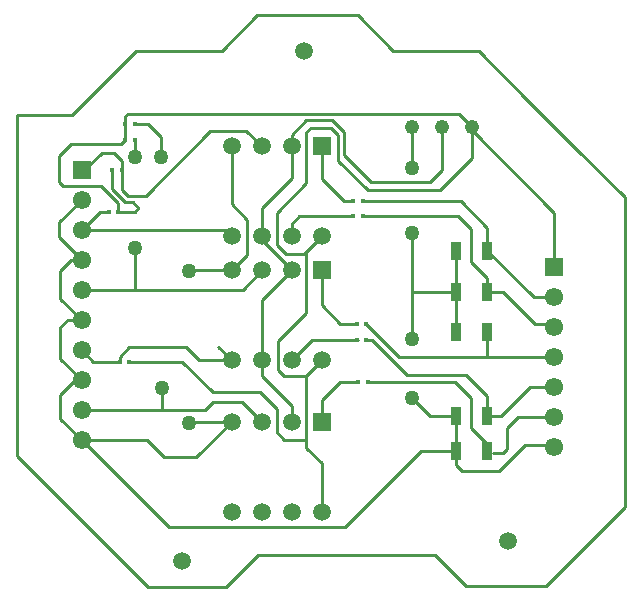
<source format=gtl>
G04 Layer_Physical_Order=1*
G04 Layer_Color=25308*
%FSAX42Y42*%
%MOMM*%
G71*
G01*
G75*
%ADD10R,0.45X0.45*%
%ADD11R,0.90X1.60*%
%ADD12C,0.25*%
%ADD13C,1.50*%
%ADD14R,1.50X1.50*%
%ADD15C,1.55*%
%ADD16R,1.55X1.55*%
%ADD17C,1.22*%
%ADD18C,1.52*%
%ADD19C,1.27*%
D10*
X006530Y008020D02*
D03*
X006450D02*
D03*
X006500Y007670D02*
D03*
X006420D02*
D03*
X006640Y008280D02*
D03*
X006560D02*
D03*
X006510Y006400D02*
D03*
X006590D02*
D03*
X006560Y008410D02*
D03*
X006640D02*
D03*
X008570Y007760D02*
D03*
X008490D02*
D03*
X008570Y007630D02*
D03*
X008490D02*
D03*
X008600Y006720D02*
D03*
X008520D02*
D03*
X008600Y006580D02*
D03*
X008520D02*
D03*
X008610Y006230D02*
D03*
X008530D02*
D03*
D11*
X009625Y007340D02*
D03*
X009355D02*
D03*
X009625Y005640D02*
D03*
X009355D02*
D03*
X009625Y005940D02*
D03*
X009355D02*
D03*
X009625Y006650D02*
D03*
X009355D02*
D03*
X009625Y006990D02*
D03*
X009355D02*
D03*
D12*
X007111Y005891D02*
X007459D01*
X007100Y005880D02*
X007111Y005891D01*
X007100Y007170D02*
X007101Y007171D01*
X007459D01*
X006870Y006004D02*
Y006180D01*
X006860Y005994D02*
X006870Y006004D01*
X006860Y005994D02*
X006860Y005994D01*
X006590Y006400D02*
X007040D01*
X007300Y006140D01*
X006289Y006400D02*
X006510D01*
X006860Y005994D02*
X007236D01*
X006860Y008130D02*
Y008300D01*
X006750Y008410D02*
X006860Y008300D01*
X006640Y008410D02*
X006750D01*
X006640Y007010D02*
X007552D01*
X006640D02*
Y007360D01*
X006640Y008130D02*
X006640Y008130D01*
Y008280D01*
X006560Y008480D02*
X006580Y008500D01*
X009384D01*
X007459Y007171D02*
X007590Y007302D01*
Y007600D01*
X007459Y007731D02*
X007590Y007600D01*
X007459Y007731D02*
Y008221D01*
X006730Y007800D02*
X007280Y008350D01*
X007584D02*
X007713Y008221D01*
X007280Y008350D02*
X007584D01*
X008090Y005740D02*
Y006278D01*
Y005670D02*
Y005740D01*
X007900D02*
X008090D01*
X007840Y005800D02*
X007900Y005740D01*
X007840Y005800D02*
Y006000D01*
X008221Y005170D02*
Y005539D01*
X008090Y005670D02*
X008221Y005539D01*
X007700Y006140D02*
X007840Y006000D01*
X007300Y006140D02*
X007700D01*
X008221Y005891D02*
Y006071D01*
X007967Y005891D02*
Y006023D01*
X007713Y006277D02*
X007967Y006023D01*
X007544Y006060D02*
X007713Y005891D01*
X007302Y006060D02*
X007544D01*
X007236Y005994D02*
X007302Y006060D01*
X009060Y005640D02*
X009355D01*
X008420Y005000D02*
X009060Y005640D01*
X006927Y005000D02*
X008420D01*
X007348Y006520D02*
X007459Y006409D01*
X008090Y007328D02*
X008221Y007459D01*
X008090Y006810D02*
Y007328D01*
X008072Y007310D02*
X008221Y007459D01*
X007920Y007310D02*
X008072D01*
X007840Y007390D02*
X007920Y007310D01*
X008090Y007910D02*
Y008340D01*
X007840Y007660D02*
X008090Y007910D01*
X007840Y007390D02*
Y007660D01*
X007967Y007957D02*
Y008221D01*
X007713Y007703D02*
X007967Y007957D01*
X007713Y007459D02*
Y007703D01*
X007854Y006456D02*
Y006574D01*
X007854Y006456D02*
X007854Y006456D01*
X007854Y006362D02*
Y006456D01*
Y006362D02*
X007854Y006362D01*
Y006574D02*
X008090Y006810D01*
X007854Y006326D02*
Y006362D01*
X007713Y006917D02*
X007967Y007171D01*
X007713Y006409D02*
Y006917D01*
Y006277D02*
Y006409D01*
X007906Y006274D02*
X008080D01*
X009670Y005630D02*
X009760D01*
X009790Y005660D01*
Y005840D01*
X009400Y007760D02*
X009625Y007535D01*
X008570Y007760D02*
X009400D01*
X009625Y005940D02*
Y006105D01*
X009440Y006290D02*
X009625Y006105D01*
X008940Y006290D02*
X009440D01*
X009625Y005640D02*
Y005705D01*
X009355Y005640D02*
Y005940D01*
X008990Y006590D02*
Y007490D01*
X009355Y006990D02*
Y007290D01*
X008990Y006990D02*
X009355D01*
X009490Y007240D02*
X009625Y007105D01*
X009490Y007240D02*
Y007520D01*
X009140Y005940D02*
X009355D01*
X008990Y006090D02*
X009140Y005940D01*
X008990Y007490D02*
X008990Y007490D01*
X008986Y008044D02*
X008990Y008040D01*
X008986Y008044D02*
Y008390D01*
X008600Y006720D02*
X008880Y006440D01*
X009355Y006650D02*
Y006940D01*
X009625Y006450D02*
Y006650D01*
X009380Y007630D02*
X009490Y007520D01*
X008570Y007630D02*
X009380D01*
X008650Y006580D02*
X008940Y006290D01*
X008640Y007920D02*
X009140D01*
X008411Y008149D02*
X008640Y007920D01*
X008411Y008149D02*
Y008341D01*
X009140Y007920D02*
X009240Y008020D01*
X009220Y007850D02*
X009494Y008124D01*
X008610Y007850D02*
X009220D01*
X008360Y008100D02*
X008610Y007850D01*
X008360Y008100D02*
Y008320D01*
X008410Y007760D02*
X008490D01*
X008221Y007949D02*
X008410Y007760D01*
X009240Y008020D02*
Y008390D01*
X008380Y006720D02*
X008520D01*
X008221Y006879D02*
X008380Y006720D01*
X008221Y006879D02*
Y007171D01*
Y007949D02*
Y008221D01*
X008570Y007630D02*
X008570Y007630D01*
X008030D02*
X008490D01*
X007967Y007567D02*
X008030Y007630D01*
X008091Y008441D02*
X008311D01*
X008411Y008341D01*
X008300Y008380D02*
X008360Y008320D01*
X008130Y008380D02*
X008300D01*
X009384Y008500D02*
X009494Y008390D01*
X008090Y008340D02*
X008130Y008380D01*
X008138Y006580D02*
X008530D01*
X007967Y006409D02*
X008138Y006580D01*
X008600Y006580D02*
X008650D01*
X008610Y006230D02*
X009140D01*
X008221Y006071D02*
X008380Y006230D01*
X008530D01*
X008650Y006580D02*
X008650Y006580D01*
X006193Y007518D02*
X007400D01*
X007967Y008221D02*
Y008317D01*
X008091Y008441D01*
X007967Y007459D02*
Y007567D01*
X007854Y006326D02*
X007906Y006274D01*
X008090Y006278D02*
X008221Y006409D01*
X009140Y006230D02*
X009350D01*
X009490Y006090D01*
Y005840D02*
Y006090D01*
X007713Y007425D02*
Y007459D01*
Y007425D02*
X007967Y007171D01*
X009625Y005940D02*
X009740D01*
X009490Y005840D02*
X009625Y005705D01*
X007400Y007518D02*
X007459Y007459D01*
X007552Y007010D02*
X007713Y007171D01*
X009790Y005840D02*
X009880Y005930D01*
X009740Y005940D02*
X009986Y006186D01*
X008880Y006440D02*
X010190D01*
X009880Y005930D02*
X010190D01*
X009494Y008358D02*
X010190Y007662D01*
X009494Y008358D02*
Y008390D01*
Y008124D02*
Y008358D01*
X006193Y005994D02*
X006860D01*
X006190Y005991D02*
X006193Y005994D01*
X007181Y006409D02*
X007459D01*
X007070Y006520D02*
X007181Y006409D01*
X006590Y006520D02*
X007070D01*
X006510Y006440D02*
X006590Y006520D01*
X006510Y006400D02*
Y006440D01*
X006190Y006499D02*
X006289Y006400D01*
X006193Y007010D02*
X006640D01*
X006190Y007007D02*
X006193Y007010D01*
X006190Y005737D02*
X006927Y005000D01*
X007158Y005590D02*
X007459Y005891D01*
X006190Y005737D02*
X006743D01*
X006890Y005590D01*
X007158D01*
X006135Y006245D02*
X006190D01*
X006073Y006753D02*
X006190D01*
X006010Y006933D02*
X006190Y006753D01*
X006010Y006933D02*
Y007170D01*
X006101Y007261D01*
X006190D01*
X006010Y006425D02*
X006190Y006245D01*
X006010Y006425D02*
Y006690D01*
X006073Y006753D01*
X006010Y005917D02*
X006190Y005737D01*
X006010Y005917D02*
Y006120D01*
X006135Y006245D01*
X006000Y007451D02*
X006190Y007261D01*
Y008023D02*
X006193Y008026D01*
X006550Y008280D02*
X006560D01*
X006000Y007579D02*
X006190Y007769D01*
X006000Y007451D02*
Y007579D01*
X006190Y007515D02*
X006193Y007518D01*
X006345Y007670D01*
X006520Y008240D02*
X006560Y008280D01*
X006560Y008280D02*
Y008480D01*
X006190Y008023D02*
X006213D01*
X006360Y008170D01*
X006460D01*
X006530Y008100D01*
Y008020D02*
Y008100D01*
Y007850D02*
Y008020D01*
Y007850D02*
X006580Y007800D01*
X006730D01*
X006450Y007858D02*
Y008020D01*
Y007858D02*
X006559Y007749D01*
X006621D01*
X006670Y007700D01*
X006640Y007670D02*
X006670Y007700D01*
X006345Y007670D02*
X006420D01*
X006500D02*
X006640D01*
X006500D02*
Y007740D01*
X006350Y007890D02*
X006500Y007740D01*
X006030Y007890D02*
X006350D01*
X006000Y007920D02*
X006030Y007890D01*
X006100Y008240D02*
X006520D01*
X006000Y008140D02*
X006100Y008240D01*
X006000Y007920D02*
Y008140D01*
X010190Y007202D02*
Y007662D01*
X009986Y006186D02*
X010190D01*
X009355Y005525D02*
Y005640D01*
Y005525D02*
X009410Y005470D01*
X009720D01*
X009940Y005690D01*
X010178D01*
X010190Y005678D01*
X009625Y006990D02*
X009760D01*
X010030Y006720D01*
X010164D01*
X010190Y006694D01*
X009625Y006990D02*
Y007105D01*
Y007340D02*
X010017Y006948D01*
X010190D01*
X009625Y007340D02*
Y007535D01*
X007680Y004760D02*
X009180D01*
X005640Y005600D02*
Y008490D01*
X006110D01*
X009970Y008610D02*
X010370Y008210D01*
X010790Y007790D01*
Y005170D02*
Y007790D01*
X006975Y004490D02*
X007185D01*
X009665Y004500D02*
X009895D01*
X010120D01*
X010790Y005170D01*
X009180Y004760D02*
X009440Y004500D01*
X009665D01*
X005640Y005600D02*
X006750Y004490D01*
X006975D01*
X007185D02*
X007410D01*
X007680Y004760D01*
X006110Y008490D02*
X006650Y009030D01*
X007675Y009330D02*
X008525D01*
X009550Y009030D02*
X009970Y008610D01*
X007375Y009030D02*
X007675Y009330D01*
X006650Y009030D02*
X007375D01*
X008525Y009330D02*
X008825Y009030D01*
X009550D01*
D13*
X007459Y007459D02*
D03*
X007713D02*
D03*
X007967D02*
D03*
X008221D02*
D03*
X007459Y008221D02*
D03*
X007713D02*
D03*
X007967D02*
D03*
X007459Y006409D02*
D03*
X007713D02*
D03*
X007967D02*
D03*
X008221D02*
D03*
X007459Y007171D02*
D03*
X007713D02*
D03*
X007967D02*
D03*
X007459Y005129D02*
D03*
X007713D02*
D03*
X007967D02*
D03*
X008221D02*
D03*
X007459Y005891D02*
D03*
X007713D02*
D03*
X007967D02*
D03*
D14*
X008221Y008221D02*
D03*
Y007171D02*
D03*
Y005891D02*
D03*
D15*
X010190Y005678D02*
D03*
Y005932D02*
D03*
Y006186D02*
D03*
Y006440D02*
D03*
Y006694D02*
D03*
Y006948D02*
D03*
X006190Y007769D02*
D03*
Y007515D02*
D03*
Y007261D02*
D03*
Y007007D02*
D03*
Y006753D02*
D03*
Y006499D02*
D03*
Y006245D02*
D03*
Y005991D02*
D03*
Y005737D02*
D03*
D16*
X010190Y007202D02*
D03*
X006190Y008023D02*
D03*
D17*
X009240Y008390D02*
D03*
X009494D02*
D03*
X008986D02*
D03*
D18*
X008070Y009030D02*
D03*
X009800Y004880D02*
D03*
X007040Y004710D02*
D03*
D19*
X007100Y005880D02*
D03*
Y007170D02*
D03*
X006870Y006180D02*
D03*
X006860Y008130D02*
D03*
X006640Y007360D02*
D03*
X006640Y008130D02*
D03*
X008990Y006090D02*
D03*
X008990Y006590D02*
D03*
Y007490D02*
D03*
Y008040D02*
D03*
M02*

</source>
